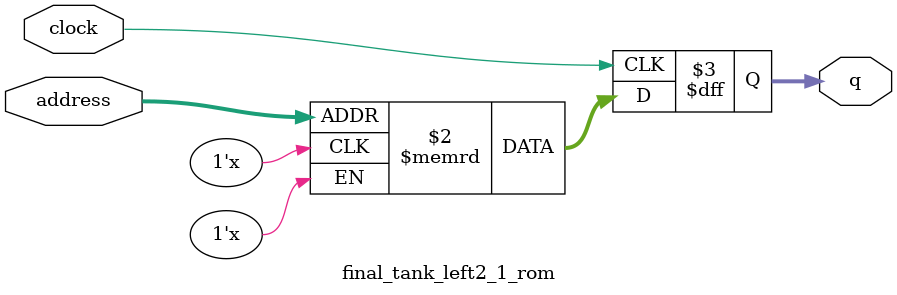
<source format=sv>
module final_tank_left2_1_rom (
	input logic clock,
	input logic [9:0] address,
	output logic [3:0] q
);

logic [3:0] memory [0:1023] /* synthesis ram_init_file = "./final_tank_left2_1/final_tank_left2_1.mif" */;

always_ff @ (posedge clock) begin
	q <= memory[address];
end

endmodule

</source>
